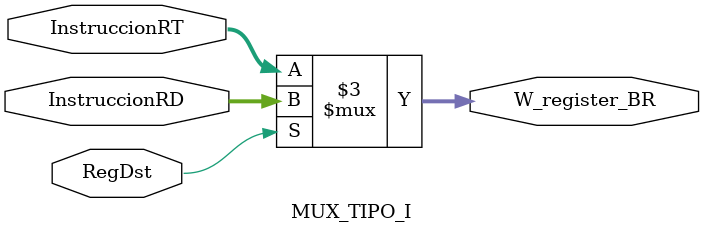
<source format=v>
module MUX_TIPO_I (
	input [4:0] InstruccionRT,
	input [4:0] InstruccionRD,
	input RegDst,
	output reg [4:0] W_register_BR
);

always @* begin
	if (RegDst) begin
		W_register_BR <= InstruccionRD;
	end
	else begin
		W_register_BR <= InstruccionRT;
	end
end

endmodule


</source>
